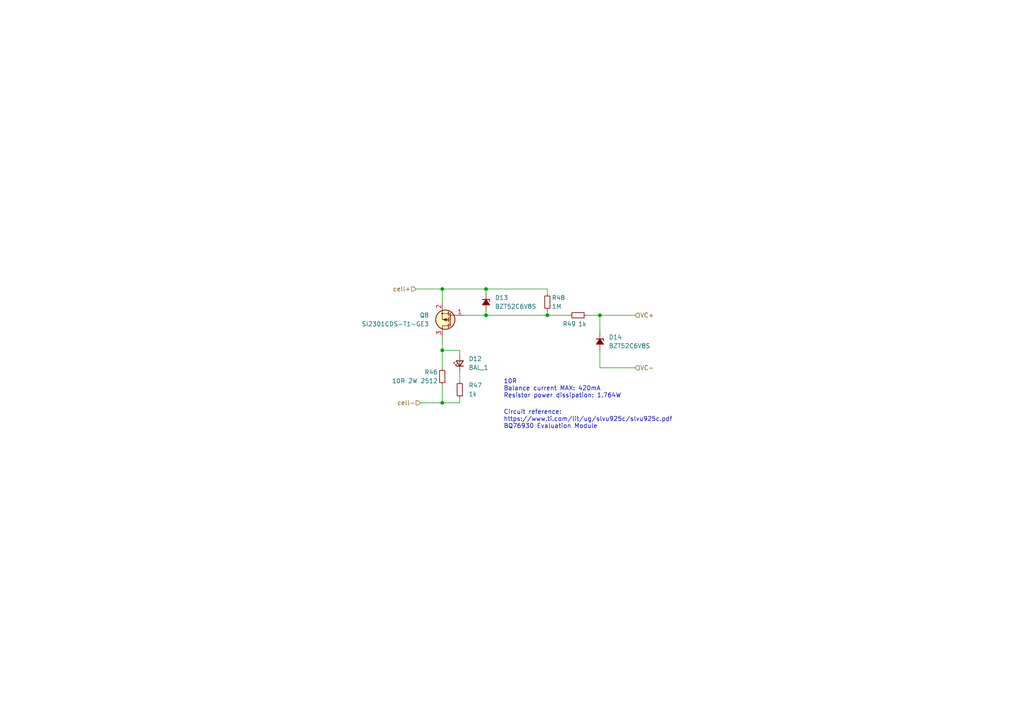
<source format=kicad_sch>
(kicad_sch (version 20250114) (generator "eeschema") (generator_version "9.0")
  (paper "A4")
  (title_block (title "6S_BMS") (date "2025-04-27") (rev "2.0") (company "NTURacing") (comment 1 "Jerrymk, Jack Kuo") (comment 2 "Electrical"))
  (lib_symbols
    (symbol "Device:D_Zener_Small_Filled" (pin_numbers (hide yes)) (pin_names (offset 0.254) (hide yes))
      (property "Reference" "D" (at 0 2.286 0))
      (property "Value" "D_Zener_Small_Filled" (at 0 -2.286 0))
      (symbol "D_Zener_Small_Filled_0_1"
        (polyline (pts (xy -0.254 1.016) (xy -0.762 1.016) (xy -0.762 -1.016)) (stroke (width 0.254)))
        (polyline (pts (xy 0.762 1.016) (xy -0.762 0) (xy 0.762 -1.016) (xy 0.762 1.016)) (stroke (width 0.254)) (fill (type outline)))
        (polyline (pts (xy 0.762 0) (xy -0.762 0)))
      )
      (symbol "D_Zener_Small_Filled_1_1"
        (pin passive line (at -2.54 0 0) (length 1.778) (name "K") (number "1"))
        (pin passive line (at 2.54 0 180) (length 1.778) (name "A") (number "2"))
      )
    )
    (symbol "Device:LED_Small" (pin_numbers (hide yes)) (pin_names (offset 0.254) (hide yes))
      (property "Reference" "D" (at -1.27 3.175 0))
      (property "Value" "LED_Small" (at -4.445 -2.54 0))
      (symbol "LED_Small_0_1"
        (polyline (pts (xy -0.762 -1.016) (xy -0.762 1.016)) (stroke (width 0.254)))
        (polyline (pts (xy 0 0.762) (xy -0.508 1.27) (xy -0.254 1.27) (xy -0.508 1.27) (xy -0.508 1.016)))
        (polyline (pts (xy 0.508 1.27) (xy 0 1.778) (xy 0.254 1.778) (xy 0 1.778) (xy 0 1.524)))
        (polyline (pts (xy 0.762 -1.016) (xy -0.762 0) (xy 0.762 1.016) (xy 0.762 -1.016)) (stroke (width 0.254)))
        (polyline (pts (xy 1.016 0) (xy -0.762 0)))
      )
      (symbol "LED_Small_1_1"
        (pin passive line (at -2.54 0 0) (length 1.778) (name "K") (number "1"))
        (pin passive line (at 2.54 0 180) (length 1.778) (name "A") (number "2"))
      )
    )
    (symbol "Device:R_Small" (pin_numbers (hide yes)) (pin_names (offset 0.254) (hide yes))
      (property "Reference" "R" (at 0.762 0.508 0))
      (property "Value" "R_Small" (at 0.762 -1.016 0))
      (symbol "R_Small_0_1"
        (rectangle (start -0.762 1.778) (end 0.762 -1.778) (stroke (width 0.2032)))
      )
      (symbol "R_Small_1_1"
        (pin passive line (at 0 2.54 270) (length 0.762) (name "~") (number "1"))
        (pin passive line (at 0 -2.54 90) (length 0.762) (name "~") (number "2"))
      )
    )
    (symbol "PCM_Transistor_MOSFET_AKL:Q_PMOS-E_Generic_GSD" (pin_names (hide yes))
      (property "Reference" "Q" (at 5.08 1.27 0))
      (property "Value" "Q_PMOS-E_Generic_GSD" (at 5.08 -1.27 0))
      (symbol "Q_PMOS-E_Generic_GSD_0_1"
        (polyline (pts (xy 0.254 1.27) (xy -2.54 1.27)))
        (polyline (pts (xy 0.254 -1.905) (xy 0.254 1.905)) (stroke (width 0.254)))
        (polyline (pts (xy 0.762 1.778) (xy 2.54 1.778)))
        (polyline (pts (xy 0.762 1.27) (xy 0.762 2.286)) (stroke (width 0.254)))
        (polyline (pts (xy 0.762 -0.508) (xy 0.762 0.508)) (stroke (width 0.254)))
        (polyline (pts (xy 0.762 -1.778) (xy 2.54 -1.778)))
        (polyline (pts (xy 0.762 -2.286) (xy 0.762 -1.27)) (stroke (width 0.254)))
        (polyline (pts (xy 2.286 0) (xy 1.27 -0.381) (xy 1.27 0.381) (xy 2.286 0)) (fill (type outline)))
        (polyline (pts (xy 2.54 2.54) (xy 2.54 0) (xy 0.762 0)))
        (polyline (pts (xy 2.54 -2.54) (xy 2.54 -1.778)))
      )
      (symbol "Q_PMOS-E_Generic_GSD_1_1"
        (circle (center 1.651 0) (radius 2.794) (stroke (width 0.254)) (fill (type background)))
        (circle (center 2.54 1.778) (radius 0.1778) (fill (type outline)))
        (pin input line (at -3.81 1.27 0) (length 2.54) (name "G") (number "1"))
        (pin passive line (at 2.54 5.08 270) (length 2.54) (name "S") (number "2"))
        (pin passive line (at 2.54 -5.08 90) (length 2.54) (name "D") (number "3"))
      )
    )
  )
  (text "10R\nBalance current MAX: 420mA\nResistor power dissipation: 1.764W" (at 146.05 115.57 0) (effects (font (size 1.27 1.27)) (justify left bottom)))
  (text "Circuit reference:\nhttps://www.ti.com/lit/ug/slvu925c/slvu925c.pdf\nBQ76930 Evaluation Module" (at 146.05 124.46 0) (effects (font (size 1.27 1.27)) (justify left bottom)))
  (junction (at 128.27 101.6))
  (junction (at 173.99 91.44))
  (junction (at 140.97 83.82))
  (junction (at 140.97 91.44))
  (junction (at 128.27 116.84))
  (junction (at 128.27 83.82))
  (junction (at 158.75 91.44))
  (wire (pts (xy 173.99 106.68) (xy 184.15 106.68)))
  (wire (pts (xy 134.62 91.44) (xy 140.97 91.44)))
  (wire (pts (xy 120.65 83.82) (xy 128.27 83.82)))
  (wire (pts (xy 173.99 91.44) (xy 173.99 96.52)))
  (wire (pts (xy 140.97 83.82) (xy 128.27 83.82)))
  (wire (pts (xy 133.35 116.84) (xy 128.27 116.84)))
  (wire (pts (xy 170.18 91.44) (xy 173.99 91.44)))
  (wire (pts (xy 128.27 83.82) (xy 128.27 87.63)))
  (wire (pts (xy 133.35 101.6) (xy 128.27 101.6)))
  (wire (pts (xy 140.97 90.17) (xy 140.97 91.44)))
  (wire (pts (xy 173.99 91.44) (xy 184.15 91.44)))
  (wire (pts (xy 140.97 83.82) (xy 158.75 83.82)))
  (wire (pts (xy 133.35 107.95) (xy 133.35 110.49)))
  (wire (pts (xy 128.27 97.79) (xy 128.27 101.6)))
  (wire (pts (xy 128.27 111.76) (xy 128.27 116.84)))
  (wire (pts (xy 121.92 116.84) (xy 128.27 116.84)))
  (wire (pts (xy 140.97 85.09) (xy 140.97 83.82)))
  (wire (pts (xy 158.75 91.44) (xy 165.1 91.44)))
  (wire (pts (xy 158.75 83.82) (xy 158.75 85.09)))
  (wire (pts (xy 173.99 101.6) (xy 173.99 106.68)))
  (wire (pts (xy 133.35 115.57) (xy 133.35 116.84)))
  (wire (pts (xy 128.27 101.6) (xy 128.27 106.68)))
  (wire (pts (xy 158.75 90.17) (xy 158.75 91.44)))
  (wire (pts (xy 140.97 91.44) (xy 158.75 91.44)))
  (wire (pts (xy 133.35 102.87) (xy 133.35 101.6)))
  (hierarchical_label "cell-" (shape input) (at 121.92 116.84 180))
  (hierarchical_label "VC+" (shape input) (at 184.15 91.44 0))
  (hierarchical_label "cell+" (shape input) (at 120.65 83.82 180))
  (hierarchical_label "VC-" (shape input) (at 184.15 106.68 0))
  (symbol (lib_id "PCM_Transistor_MOSFET_AKL:Q_PMOS-E_Generic_GSD") (at 130.81 92.71 0) (mirror y) (unit 1)
    (property "Reference" "Q7" (at 124.46 91.44 0) (effects (justify left)))
    (property "Value" "SI2301CDS-T1-GE3" (at 124.46 93.98 0) (effects (justify left)))
    (property "Footprint" "Package_TO_SOT_SMD:SOT-23" (effects (hide yes)))
    (property "Description" "P-MOSFET enchancement mode transistor, generic symbol, Alternate KiCAD Library" (effects (hide yes)))
    (instances (project "6S_BMS" (path "" (reference "Q8") (unit 1)) (path "" (reference "Q7") (unit 1)) (path "" (reference "Q11") (unit 1)) (path "" (reference "Q9") (unit 1)) (path "" (reference "Q12") (unit 1)) (path "" (reference "Q10") (unit 1))))
  )
  (symbol (lib_id "Device:R_Small") (at 128.27 109.22 0) (unit 1)
    (property "Reference" "R42" (at 127 107.95 0) (effects (justify right)))
    (property "Value" "10R 2W 2512" (at 127 110.49 0) (effects (justify right)))
    (property "Footprint" "Resistor_SMD:R_2512_6332Metric" (effects (hide yes)))
    (property "Description" "Resistor, small symbol" (effects (hide yes)))
    (instances (project "6S_BMS" (path "" (reference "R46") (unit 1)) (path "" (reference "R42") (unit 1)) (path "" (reference "R58") (unit 1)) (path "" (reference "R50") (unit 1)) (path "" (reference "R62") (unit 1)) (path "" (reference "R54") (unit 1))))
  )
  (symbol (lib_id "Device:R_Small") (at 133.35 113.03 0) (unit 1)
    (property "Reference" "R43" (at 135.89 111.76 0) (effects (justify left)))
    (property "Value" "1k" (at 135.89 114.3 0) (effects (justify left)))
    (property "Footprint" "Resistor_SMD:R_0402_1005Metric" (effects (hide yes)))
    (property "Description" "Resistor, small symbol" (effects (hide yes)))
    (instances (project "6S_BMS" (path "" (reference "R47") (unit 1)) (path "" (reference "R43") (unit 1)) (path "" (reference "R59") (unit 1)) (path "" (reference "R51") (unit 1)) (path "" (reference "R63") (unit 1)) (path "" (reference "R55") (unit 1))))
  )
  (symbol (lib_id "Device:D_Zener_Small_Filled") (at 173.99 99.06 270) (unit 1)
    (property "Reference" "D11" (at 176.53 97.79 90) (effects (justify left)))
    (property "Value" "BZT52C6V8S" (at 176.53 100.33 90) (effects (justify left)))
    (property "Footprint" "Diode_SMD:D_SOD-323" (effects (hide yes)))
    (property "Description" "Zener diode, small symbol, filled shape" (effects (hide yes)))
    (instances (project "6S_BMS" (path "" (reference "D14") (unit 1)) (path "" (reference "D11") (unit 1)) (path "" (reference "D23") (unit 1)) (path "" (reference "D17") (unit 1)) (path "" (reference "D26") (unit 1)) (path "" (reference "D20") (unit 1))))
  )
  (symbol (lib_id "Device:LED_Small") (at 133.35 105.41 90) (unit 1)
    (property "Reference" "D9" (at 135.89 104.0764 90) (effects (justify right)))
    (property "Value" "BAL_1" (at 135.89 106.6164 90) (effects (justify right)))
    (property "Footprint" "LED_SMD:LED_0603_1608Metric" (effects (hide yes)))
    (property "Description" "Light emitting diode, small symbol" (effects (hide yes)))
    (instances (project "6S_BMS" (path "" (reference "D12") (unit 1)) (path "" (reference "D9") (unit 1)) (path "" (reference "D21") (unit 1)) (path "" (reference "D15") (unit 1)) (path "" (reference "D24") (unit 1)) (path "" (reference "D18") (unit 1))))
  )
  (symbol (lib_id "Device:R_Small") (at 158.75 87.63 180) (unit 1)
    (property "Reference" "R44" (at 160.02 86.36 0) (effects (justify right)))
    (property "Value" "1M" (at 160.02 88.9 0) (effects (justify right)))
    (property "Footprint" "Resistor_SMD:R_0402_1005Metric" (effects (hide yes)))
    (property "Description" "Resistor, small symbol" (effects (hide yes)))
    (instances (project "6S_BMS" (path "" (reference "R48") (unit 1)) (path "" (reference "R44") (unit 1)) (path "" (reference "R60") (unit 1)) (path "" (reference "R52") (unit 1)) (path "" (reference "R64") (unit 1)) (path "" (reference "R56") (unit 1))))
  )
  (symbol (lib_id "Device:D_Zener_Small_Filled") (at 140.97 87.63 270) (unit 1)
    (property "Reference" "D10" (at 143.51 86.36 90) (effects (justify left)))
    (property "Value" "BZT52C6V8S" (at 143.51 88.9 90) (effects (justify left)))
    (property "Footprint" "Diode_SMD:D_SOD-323" (effects (hide yes)))
    (property "Description" "Zener diode, small symbol, filled shape" (effects (hide yes)))
    (instances (project "6S_BMS" (path "" (reference "D13") (unit 1)) (path "" (reference "D10") (unit 1)) (path "" (reference "D22") (unit 1)) (path "" (reference "D16") (unit 1)) (path "" (reference "D25") (unit 1)) (path "" (reference "D19") (unit 1))))
  )
  (symbol (lib_id "Device:R_Small") (at 167.64 91.44 270) (unit 1)
    (property "Reference" "R45" (at 165.1 93.98 90))
    (property "Value" "1k" (at 168.91 93.98 90))
    (property "Footprint" "Resistor_SMD:R_0402_1005Metric" (effects (hide yes)))
    (property "Description" "Resistor, small symbol" (effects (hide yes)))
    (instances (project "6S_BMS" (path "" (reference "R49") (unit 1)) (path "" (reference "R45") (unit 1)) (path "" (reference "R61") (unit 1)) (path "" (reference "R53") (unit 1)) (path "" (reference "R65") (unit 1)) (path "" (reference "R57") (unit 1))))
  )
)
</source>
